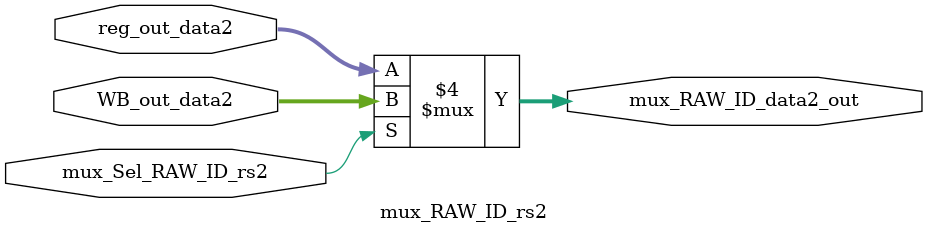
<source format=sv>
`timescale 1ns / 1ps


module mux_RAW_ID_rs2 #(parameter size = 32) (
    input [size-1: 0] reg_out_data2,
    input [size-1: 0] WB_out_data2,
    input mux_Sel_RAW_ID_rs2,
    output logic [size-1:0] mux_RAW_ID_data2_out
    );
    
    always_comb
        begin
            if(mux_Sel_RAW_ID_rs2 == 1'b0)                  // control signal 1 for hazard
                mux_RAW_ID_data2_out = reg_out_data2;
            else
                mux_RAW_ID_data2_out = WB_out_data2;
        end
endmodule

</source>
